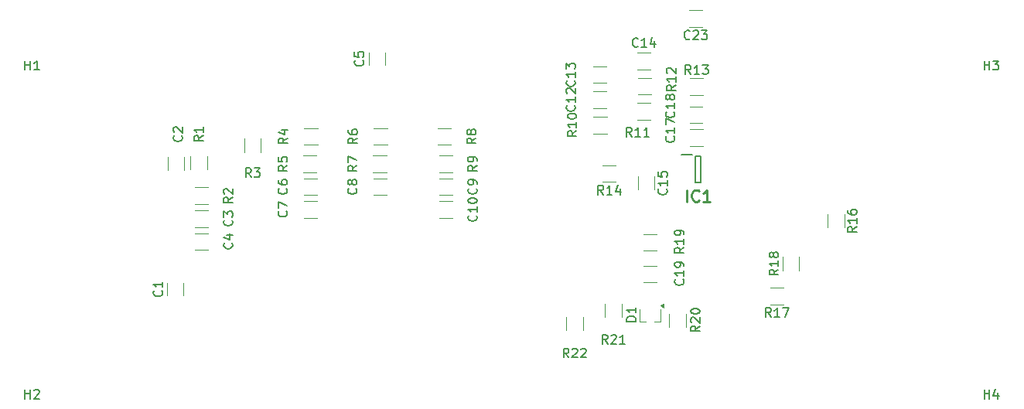
<source format=gbr>
%TF.GenerationSoftware,KiCad,Pcbnew,9.0.1*%
%TF.CreationDate,2025-04-07T11:22:38-03:00*%
%TF.ProjectId,Proyecto integrador 1.1,50726f79-6563-4746-9f20-696e74656772,rev?*%
%TF.SameCoordinates,Original*%
%TF.FileFunction,Legend,Top*%
%TF.FilePolarity,Positive*%
%FSLAX46Y46*%
G04 Gerber Fmt 4.6, Leading zero omitted, Abs format (unit mm)*
G04 Created by KiCad (PCBNEW 9.0.1) date 2025-04-07 11:22:38*
%MOMM*%
%LPD*%
G01*
G04 APERTURE LIST*
%ADD10C,0.150000*%
%ADD11C,0.254000*%
%ADD12C,0.120000*%
%ADD13C,0.200000*%
G04 APERTURE END LIST*
D10*
X122992319Y-79926666D02*
X122516128Y-80259999D01*
X122992319Y-80498094D02*
X121992319Y-80498094D01*
X121992319Y-80498094D02*
X121992319Y-80117142D01*
X121992319Y-80117142D02*
X122039938Y-80021904D01*
X122039938Y-80021904D02*
X122087557Y-79974285D01*
X122087557Y-79974285D02*
X122182795Y-79926666D01*
X122182795Y-79926666D02*
X122325652Y-79926666D01*
X122325652Y-79926666D02*
X122420890Y-79974285D01*
X122420890Y-79974285D02*
X122468509Y-80021904D01*
X122468509Y-80021904D02*
X122516128Y-80117142D01*
X122516128Y-80117142D02*
X122516128Y-80498094D01*
X122325652Y-79069523D02*
X122992319Y-79069523D01*
X121944700Y-79307618D02*
X122658985Y-79545713D01*
X122658985Y-79545713D02*
X122658985Y-78926666D01*
X176709819Y-94317857D02*
X176233628Y-94651190D01*
X176709819Y-94889285D02*
X175709819Y-94889285D01*
X175709819Y-94889285D02*
X175709819Y-94508333D01*
X175709819Y-94508333D02*
X175757438Y-94413095D01*
X175757438Y-94413095D02*
X175805057Y-94365476D01*
X175805057Y-94365476D02*
X175900295Y-94317857D01*
X175900295Y-94317857D02*
X176043152Y-94317857D01*
X176043152Y-94317857D02*
X176138390Y-94365476D01*
X176138390Y-94365476D02*
X176186009Y-94413095D01*
X176186009Y-94413095D02*
X176233628Y-94508333D01*
X176233628Y-94508333D02*
X176233628Y-94889285D01*
X176709819Y-93365476D02*
X176709819Y-93936904D01*
X176709819Y-93651190D02*
X175709819Y-93651190D01*
X175709819Y-93651190D02*
X175852676Y-93746428D01*
X175852676Y-93746428D02*
X175947914Y-93841666D01*
X175947914Y-93841666D02*
X175995533Y-93936904D01*
X176138390Y-92794047D02*
X176090771Y-92889285D01*
X176090771Y-92889285D02*
X176043152Y-92936904D01*
X176043152Y-92936904D02*
X175947914Y-92984523D01*
X175947914Y-92984523D02*
X175900295Y-92984523D01*
X175900295Y-92984523D02*
X175805057Y-92936904D01*
X175805057Y-92936904D02*
X175757438Y-92889285D01*
X175757438Y-92889285D02*
X175709819Y-92794047D01*
X175709819Y-92794047D02*
X175709819Y-92603571D01*
X175709819Y-92603571D02*
X175757438Y-92508333D01*
X175757438Y-92508333D02*
X175805057Y-92460714D01*
X175805057Y-92460714D02*
X175900295Y-92413095D01*
X175900295Y-92413095D02*
X175947914Y-92413095D01*
X175947914Y-92413095D02*
X176043152Y-92460714D01*
X176043152Y-92460714D02*
X176090771Y-92508333D01*
X176090771Y-92508333D02*
X176138390Y-92603571D01*
X176138390Y-92603571D02*
X176138390Y-92794047D01*
X176138390Y-92794047D02*
X176186009Y-92889285D01*
X176186009Y-92889285D02*
X176233628Y-92936904D01*
X176233628Y-92936904D02*
X176328866Y-92984523D01*
X176328866Y-92984523D02*
X176519342Y-92984523D01*
X176519342Y-92984523D02*
X176614580Y-92936904D01*
X176614580Y-92936904D02*
X176662200Y-92889285D01*
X176662200Y-92889285D02*
X176709819Y-92794047D01*
X176709819Y-92794047D02*
X176709819Y-92603571D01*
X176709819Y-92603571D02*
X176662200Y-92508333D01*
X176662200Y-92508333D02*
X176614580Y-92460714D01*
X176614580Y-92460714D02*
X176519342Y-92413095D01*
X176519342Y-92413095D02*
X176328866Y-92413095D01*
X176328866Y-92413095D02*
X176233628Y-92460714D01*
X176233628Y-92460714D02*
X176186009Y-92508333D01*
X176186009Y-92508333D02*
X176138390Y-92603571D01*
X130554819Y-82926666D02*
X130078628Y-83259999D01*
X130554819Y-83498094D02*
X129554819Y-83498094D01*
X129554819Y-83498094D02*
X129554819Y-83117142D01*
X129554819Y-83117142D02*
X129602438Y-83021904D01*
X129602438Y-83021904D02*
X129650057Y-82974285D01*
X129650057Y-82974285D02*
X129745295Y-82926666D01*
X129745295Y-82926666D02*
X129888152Y-82926666D01*
X129888152Y-82926666D02*
X129983390Y-82974285D01*
X129983390Y-82974285D02*
X130031009Y-83021904D01*
X130031009Y-83021904D02*
X130078628Y-83117142D01*
X130078628Y-83117142D02*
X130078628Y-83498094D01*
X129554819Y-82593332D02*
X129554819Y-81926666D01*
X129554819Y-81926666D02*
X130554819Y-82355237D01*
X164434580Y-85502857D02*
X164482200Y-85550476D01*
X164482200Y-85550476D02*
X164529819Y-85693333D01*
X164529819Y-85693333D02*
X164529819Y-85788571D01*
X164529819Y-85788571D02*
X164482200Y-85931428D01*
X164482200Y-85931428D02*
X164386961Y-86026666D01*
X164386961Y-86026666D02*
X164291723Y-86074285D01*
X164291723Y-86074285D02*
X164101247Y-86121904D01*
X164101247Y-86121904D02*
X163958390Y-86121904D01*
X163958390Y-86121904D02*
X163767914Y-86074285D01*
X163767914Y-86074285D02*
X163672676Y-86026666D01*
X163672676Y-86026666D02*
X163577438Y-85931428D01*
X163577438Y-85931428D02*
X163529819Y-85788571D01*
X163529819Y-85788571D02*
X163529819Y-85693333D01*
X163529819Y-85693333D02*
X163577438Y-85550476D01*
X163577438Y-85550476D02*
X163625057Y-85502857D01*
X164529819Y-84550476D02*
X164529819Y-85121904D01*
X164529819Y-84836190D02*
X163529819Y-84836190D01*
X163529819Y-84836190D02*
X163672676Y-84931428D01*
X163672676Y-84931428D02*
X163767914Y-85026666D01*
X163767914Y-85026666D02*
X163815533Y-85121904D01*
X163529819Y-83645714D02*
X163529819Y-84121904D01*
X163529819Y-84121904D02*
X164006009Y-84169523D01*
X164006009Y-84169523D02*
X163958390Y-84121904D01*
X163958390Y-84121904D02*
X163910771Y-84026666D01*
X163910771Y-84026666D02*
X163910771Y-83788571D01*
X163910771Y-83788571D02*
X163958390Y-83693333D01*
X163958390Y-83693333D02*
X164006009Y-83645714D01*
X164006009Y-83645714D02*
X164101247Y-83598095D01*
X164101247Y-83598095D02*
X164339342Y-83598095D01*
X164339342Y-83598095D02*
X164434580Y-83645714D01*
X164434580Y-83645714D02*
X164482200Y-83693333D01*
X164482200Y-83693333D02*
X164529819Y-83788571D01*
X164529819Y-83788571D02*
X164529819Y-84026666D01*
X164529819Y-84026666D02*
X164482200Y-84121904D01*
X164482200Y-84121904D02*
X164434580Y-84169523D01*
X166354819Y-91902857D02*
X165878628Y-92236190D01*
X166354819Y-92474285D02*
X165354819Y-92474285D01*
X165354819Y-92474285D02*
X165354819Y-92093333D01*
X165354819Y-92093333D02*
X165402438Y-91998095D01*
X165402438Y-91998095D02*
X165450057Y-91950476D01*
X165450057Y-91950476D02*
X165545295Y-91902857D01*
X165545295Y-91902857D02*
X165688152Y-91902857D01*
X165688152Y-91902857D02*
X165783390Y-91950476D01*
X165783390Y-91950476D02*
X165831009Y-91998095D01*
X165831009Y-91998095D02*
X165878628Y-92093333D01*
X165878628Y-92093333D02*
X165878628Y-92474285D01*
X166354819Y-90950476D02*
X166354819Y-91521904D01*
X166354819Y-91236190D02*
X165354819Y-91236190D01*
X165354819Y-91236190D02*
X165497676Y-91331428D01*
X165497676Y-91331428D02*
X165592914Y-91426666D01*
X165592914Y-91426666D02*
X165640533Y-91521904D01*
X166354819Y-90474285D02*
X166354819Y-90283809D01*
X166354819Y-90283809D02*
X166307200Y-90188571D01*
X166307200Y-90188571D02*
X166259580Y-90140952D01*
X166259580Y-90140952D02*
X166116723Y-90045714D01*
X166116723Y-90045714D02*
X165926247Y-89998095D01*
X165926247Y-89998095D02*
X165545295Y-89998095D01*
X165545295Y-89998095D02*
X165450057Y-90045714D01*
X165450057Y-90045714D02*
X165402438Y-90093333D01*
X165402438Y-90093333D02*
X165354819Y-90188571D01*
X165354819Y-90188571D02*
X165354819Y-90379047D01*
X165354819Y-90379047D02*
X165402438Y-90474285D01*
X165402438Y-90474285D02*
X165450057Y-90521904D01*
X165450057Y-90521904D02*
X165545295Y-90569523D01*
X165545295Y-90569523D02*
X165783390Y-90569523D01*
X165783390Y-90569523D02*
X165878628Y-90521904D01*
X165878628Y-90521904D02*
X165926247Y-90474285D01*
X165926247Y-90474285D02*
X165973866Y-90379047D01*
X165973866Y-90379047D02*
X165973866Y-90188571D01*
X165973866Y-90188571D02*
X165926247Y-90093333D01*
X165926247Y-90093333D02*
X165878628Y-90045714D01*
X165878628Y-90045714D02*
X165783390Y-89998095D01*
X199238095Y-72454819D02*
X199238095Y-71454819D01*
X199238095Y-71931009D02*
X199809523Y-71931009D01*
X199809523Y-72454819D02*
X199809523Y-71454819D01*
X200190476Y-71454819D02*
X200809523Y-71454819D01*
X200809523Y-71454819D02*
X200476190Y-71835771D01*
X200476190Y-71835771D02*
X200619047Y-71835771D01*
X200619047Y-71835771D02*
X200714285Y-71883390D01*
X200714285Y-71883390D02*
X200761904Y-71931009D01*
X200761904Y-71931009D02*
X200809523Y-72026247D01*
X200809523Y-72026247D02*
X200809523Y-72264342D01*
X200809523Y-72264342D02*
X200761904Y-72359580D01*
X200761904Y-72359580D02*
X200714285Y-72407200D01*
X200714285Y-72407200D02*
X200619047Y-72454819D01*
X200619047Y-72454819D02*
X200333333Y-72454819D01*
X200333333Y-72454819D02*
X200238095Y-72407200D01*
X200238095Y-72407200D02*
X200190476Y-72359580D01*
X113724819Y-79666666D02*
X113248628Y-79999999D01*
X113724819Y-80238094D02*
X112724819Y-80238094D01*
X112724819Y-80238094D02*
X112724819Y-79857142D01*
X112724819Y-79857142D02*
X112772438Y-79761904D01*
X112772438Y-79761904D02*
X112820057Y-79714285D01*
X112820057Y-79714285D02*
X112915295Y-79666666D01*
X112915295Y-79666666D02*
X113058152Y-79666666D01*
X113058152Y-79666666D02*
X113153390Y-79714285D01*
X113153390Y-79714285D02*
X113201009Y-79761904D01*
X113201009Y-79761904D02*
X113248628Y-79857142D01*
X113248628Y-79857142D02*
X113248628Y-80238094D01*
X113724819Y-78714285D02*
X113724819Y-79285713D01*
X113724819Y-78999999D02*
X112724819Y-78999999D01*
X112724819Y-78999999D02*
X112867676Y-79095237D01*
X112867676Y-79095237D02*
X112962914Y-79190475D01*
X112962914Y-79190475D02*
X113010533Y-79285713D01*
X165454819Y-74142857D02*
X164978628Y-74476190D01*
X165454819Y-74714285D02*
X164454819Y-74714285D01*
X164454819Y-74714285D02*
X164454819Y-74333333D01*
X164454819Y-74333333D02*
X164502438Y-74238095D01*
X164502438Y-74238095D02*
X164550057Y-74190476D01*
X164550057Y-74190476D02*
X164645295Y-74142857D01*
X164645295Y-74142857D02*
X164788152Y-74142857D01*
X164788152Y-74142857D02*
X164883390Y-74190476D01*
X164883390Y-74190476D02*
X164931009Y-74238095D01*
X164931009Y-74238095D02*
X164978628Y-74333333D01*
X164978628Y-74333333D02*
X164978628Y-74714285D01*
X165454819Y-73190476D02*
X165454819Y-73761904D01*
X165454819Y-73476190D02*
X164454819Y-73476190D01*
X164454819Y-73476190D02*
X164597676Y-73571428D01*
X164597676Y-73571428D02*
X164692914Y-73666666D01*
X164692914Y-73666666D02*
X164740533Y-73761904D01*
X164550057Y-72809523D02*
X164502438Y-72761904D01*
X164502438Y-72761904D02*
X164454819Y-72666666D01*
X164454819Y-72666666D02*
X164454819Y-72428571D01*
X164454819Y-72428571D02*
X164502438Y-72333333D01*
X164502438Y-72333333D02*
X164550057Y-72285714D01*
X164550057Y-72285714D02*
X164645295Y-72238095D01*
X164645295Y-72238095D02*
X164740533Y-72238095D01*
X164740533Y-72238095D02*
X164883390Y-72285714D01*
X164883390Y-72285714D02*
X165454819Y-72857142D01*
X165454819Y-72857142D02*
X165454819Y-72238095D01*
X94238095Y-108454819D02*
X94238095Y-107454819D01*
X94238095Y-107931009D02*
X94809523Y-107931009D01*
X94809523Y-108454819D02*
X94809523Y-107454819D01*
X95238095Y-107550057D02*
X95285714Y-107502438D01*
X95285714Y-107502438D02*
X95380952Y-107454819D01*
X95380952Y-107454819D02*
X95619047Y-107454819D01*
X95619047Y-107454819D02*
X95714285Y-107502438D01*
X95714285Y-107502438D02*
X95761904Y-107550057D01*
X95761904Y-107550057D02*
X95809523Y-107645295D01*
X95809523Y-107645295D02*
X95809523Y-107740533D01*
X95809523Y-107740533D02*
X95761904Y-107883390D01*
X95761904Y-107883390D02*
X95190476Y-108454819D01*
X95190476Y-108454819D02*
X95809523Y-108454819D01*
X122847080Y-85426666D02*
X122894700Y-85474285D01*
X122894700Y-85474285D02*
X122942319Y-85617142D01*
X122942319Y-85617142D02*
X122942319Y-85712380D01*
X122942319Y-85712380D02*
X122894700Y-85855237D01*
X122894700Y-85855237D02*
X122799461Y-85950475D01*
X122799461Y-85950475D02*
X122704223Y-85998094D01*
X122704223Y-85998094D02*
X122513747Y-86045713D01*
X122513747Y-86045713D02*
X122370890Y-86045713D01*
X122370890Y-86045713D02*
X122180414Y-85998094D01*
X122180414Y-85998094D02*
X122085176Y-85950475D01*
X122085176Y-85950475D02*
X121989938Y-85855237D01*
X121989938Y-85855237D02*
X121942319Y-85712380D01*
X121942319Y-85712380D02*
X121942319Y-85617142D01*
X121942319Y-85617142D02*
X121989938Y-85474285D01*
X121989938Y-85474285D02*
X122037557Y-85426666D01*
X121942319Y-84569523D02*
X121942319Y-84759999D01*
X121942319Y-84759999D02*
X121989938Y-84855237D01*
X121989938Y-84855237D02*
X122037557Y-84902856D01*
X122037557Y-84902856D02*
X122180414Y-84998094D01*
X122180414Y-84998094D02*
X122370890Y-85045713D01*
X122370890Y-85045713D02*
X122751842Y-85045713D01*
X122751842Y-85045713D02*
X122847080Y-84998094D01*
X122847080Y-84998094D02*
X122894700Y-84950475D01*
X122894700Y-84950475D02*
X122942319Y-84855237D01*
X122942319Y-84855237D02*
X122942319Y-84664761D01*
X122942319Y-84664761D02*
X122894700Y-84569523D01*
X122894700Y-84569523D02*
X122847080Y-84521904D01*
X122847080Y-84521904D02*
X122751842Y-84474285D01*
X122751842Y-84474285D02*
X122513747Y-84474285D01*
X122513747Y-84474285D02*
X122418509Y-84521904D01*
X122418509Y-84521904D02*
X122370890Y-84569523D01*
X122370890Y-84569523D02*
X122323271Y-84664761D01*
X122323271Y-84664761D02*
X122323271Y-84855237D01*
X122323271Y-84855237D02*
X122370890Y-84950475D01*
X122370890Y-84950475D02*
X122418509Y-84998094D01*
X122418509Y-84998094D02*
X122513747Y-85045713D01*
X168104819Y-100515357D02*
X167628628Y-100848690D01*
X168104819Y-101086785D02*
X167104819Y-101086785D01*
X167104819Y-101086785D02*
X167104819Y-100705833D01*
X167104819Y-100705833D02*
X167152438Y-100610595D01*
X167152438Y-100610595D02*
X167200057Y-100562976D01*
X167200057Y-100562976D02*
X167295295Y-100515357D01*
X167295295Y-100515357D02*
X167438152Y-100515357D01*
X167438152Y-100515357D02*
X167533390Y-100562976D01*
X167533390Y-100562976D02*
X167581009Y-100610595D01*
X167581009Y-100610595D02*
X167628628Y-100705833D01*
X167628628Y-100705833D02*
X167628628Y-101086785D01*
X167200057Y-100134404D02*
X167152438Y-100086785D01*
X167152438Y-100086785D02*
X167104819Y-99991547D01*
X167104819Y-99991547D02*
X167104819Y-99753452D01*
X167104819Y-99753452D02*
X167152438Y-99658214D01*
X167152438Y-99658214D02*
X167200057Y-99610595D01*
X167200057Y-99610595D02*
X167295295Y-99562976D01*
X167295295Y-99562976D02*
X167390533Y-99562976D01*
X167390533Y-99562976D02*
X167533390Y-99610595D01*
X167533390Y-99610595D02*
X168104819Y-100182023D01*
X168104819Y-100182023D02*
X168104819Y-99562976D01*
X167104819Y-98943928D02*
X167104819Y-98848690D01*
X167104819Y-98848690D02*
X167152438Y-98753452D01*
X167152438Y-98753452D02*
X167200057Y-98705833D01*
X167200057Y-98705833D02*
X167295295Y-98658214D01*
X167295295Y-98658214D02*
X167485771Y-98610595D01*
X167485771Y-98610595D02*
X167723866Y-98610595D01*
X167723866Y-98610595D02*
X167914342Y-98658214D01*
X167914342Y-98658214D02*
X168009580Y-98705833D01*
X168009580Y-98705833D02*
X168057200Y-98753452D01*
X168057200Y-98753452D02*
X168104819Y-98848690D01*
X168104819Y-98848690D02*
X168104819Y-98943928D01*
X168104819Y-98943928D02*
X168057200Y-99039166D01*
X168057200Y-99039166D02*
X168009580Y-99086785D01*
X168009580Y-99086785D02*
X167914342Y-99134404D01*
X167914342Y-99134404D02*
X167723866Y-99182023D01*
X167723866Y-99182023D02*
X167485771Y-99182023D01*
X167485771Y-99182023D02*
X167295295Y-99134404D01*
X167295295Y-99134404D02*
X167200057Y-99086785D01*
X167200057Y-99086785D02*
X167152438Y-99039166D01*
X167152438Y-99039166D02*
X167104819Y-98943928D01*
X161104819Y-99998094D02*
X160104819Y-99998094D01*
X160104819Y-99998094D02*
X160104819Y-99759999D01*
X160104819Y-99759999D02*
X160152438Y-99617142D01*
X160152438Y-99617142D02*
X160247676Y-99521904D01*
X160247676Y-99521904D02*
X160342914Y-99474285D01*
X160342914Y-99474285D02*
X160533390Y-99426666D01*
X160533390Y-99426666D02*
X160676247Y-99426666D01*
X160676247Y-99426666D02*
X160866723Y-99474285D01*
X160866723Y-99474285D02*
X160961961Y-99521904D01*
X160961961Y-99521904D02*
X161057200Y-99617142D01*
X161057200Y-99617142D02*
X161104819Y-99759999D01*
X161104819Y-99759999D02*
X161104819Y-99998094D01*
X161104819Y-98474285D02*
X161104819Y-99045713D01*
X161104819Y-98759999D02*
X160104819Y-98759999D01*
X160104819Y-98759999D02*
X160247676Y-98855237D01*
X160247676Y-98855237D02*
X160342914Y-98950475D01*
X160342914Y-98950475D02*
X160390533Y-99045713D01*
X131209580Y-71416666D02*
X131257200Y-71464285D01*
X131257200Y-71464285D02*
X131304819Y-71607142D01*
X131304819Y-71607142D02*
X131304819Y-71702380D01*
X131304819Y-71702380D02*
X131257200Y-71845237D01*
X131257200Y-71845237D02*
X131161961Y-71940475D01*
X131161961Y-71940475D02*
X131066723Y-71988094D01*
X131066723Y-71988094D02*
X130876247Y-72035713D01*
X130876247Y-72035713D02*
X130733390Y-72035713D01*
X130733390Y-72035713D02*
X130542914Y-71988094D01*
X130542914Y-71988094D02*
X130447676Y-71940475D01*
X130447676Y-71940475D02*
X130352438Y-71845237D01*
X130352438Y-71845237D02*
X130304819Y-71702380D01*
X130304819Y-71702380D02*
X130304819Y-71607142D01*
X130304819Y-71607142D02*
X130352438Y-71464285D01*
X130352438Y-71464285D02*
X130400057Y-71416666D01*
X130304819Y-70511904D02*
X130304819Y-70988094D01*
X130304819Y-70988094D02*
X130781009Y-71035713D01*
X130781009Y-71035713D02*
X130733390Y-70988094D01*
X130733390Y-70988094D02*
X130685771Y-70892856D01*
X130685771Y-70892856D02*
X130685771Y-70654761D01*
X130685771Y-70654761D02*
X130733390Y-70559523D01*
X130733390Y-70559523D02*
X130781009Y-70511904D01*
X130781009Y-70511904D02*
X130876247Y-70464285D01*
X130876247Y-70464285D02*
X131114342Y-70464285D01*
X131114342Y-70464285D02*
X131209580Y-70511904D01*
X131209580Y-70511904D02*
X131257200Y-70559523D01*
X131257200Y-70559523D02*
X131304819Y-70654761D01*
X131304819Y-70654761D02*
X131304819Y-70892856D01*
X131304819Y-70892856D02*
X131257200Y-70988094D01*
X131257200Y-70988094D02*
X131209580Y-71035713D01*
X143634580Y-88402857D02*
X143682200Y-88450476D01*
X143682200Y-88450476D02*
X143729819Y-88593333D01*
X143729819Y-88593333D02*
X143729819Y-88688571D01*
X143729819Y-88688571D02*
X143682200Y-88831428D01*
X143682200Y-88831428D02*
X143586961Y-88926666D01*
X143586961Y-88926666D02*
X143491723Y-88974285D01*
X143491723Y-88974285D02*
X143301247Y-89021904D01*
X143301247Y-89021904D02*
X143158390Y-89021904D01*
X143158390Y-89021904D02*
X142967914Y-88974285D01*
X142967914Y-88974285D02*
X142872676Y-88926666D01*
X142872676Y-88926666D02*
X142777438Y-88831428D01*
X142777438Y-88831428D02*
X142729819Y-88688571D01*
X142729819Y-88688571D02*
X142729819Y-88593333D01*
X142729819Y-88593333D02*
X142777438Y-88450476D01*
X142777438Y-88450476D02*
X142825057Y-88402857D01*
X143729819Y-87450476D02*
X143729819Y-88021904D01*
X143729819Y-87736190D02*
X142729819Y-87736190D01*
X142729819Y-87736190D02*
X142872676Y-87831428D01*
X142872676Y-87831428D02*
X142967914Y-87926666D01*
X142967914Y-87926666D02*
X143015533Y-88021904D01*
X142729819Y-86831428D02*
X142729819Y-86736190D01*
X142729819Y-86736190D02*
X142777438Y-86640952D01*
X142777438Y-86640952D02*
X142825057Y-86593333D01*
X142825057Y-86593333D02*
X142920295Y-86545714D01*
X142920295Y-86545714D02*
X143110771Y-86498095D01*
X143110771Y-86498095D02*
X143348866Y-86498095D01*
X143348866Y-86498095D02*
X143539342Y-86545714D01*
X143539342Y-86545714D02*
X143634580Y-86593333D01*
X143634580Y-86593333D02*
X143682200Y-86640952D01*
X143682200Y-86640952D02*
X143729819Y-86736190D01*
X143729819Y-86736190D02*
X143729819Y-86831428D01*
X143729819Y-86831428D02*
X143682200Y-86926666D01*
X143682200Y-86926666D02*
X143634580Y-86974285D01*
X143634580Y-86974285D02*
X143539342Y-87021904D01*
X143539342Y-87021904D02*
X143348866Y-87069523D01*
X143348866Y-87069523D02*
X143110771Y-87069523D01*
X143110771Y-87069523D02*
X142920295Y-87021904D01*
X142920295Y-87021904D02*
X142825057Y-86974285D01*
X142825057Y-86974285D02*
X142777438Y-86926666D01*
X142777438Y-86926666D02*
X142729819Y-86831428D01*
X143604819Y-79926666D02*
X143128628Y-80259999D01*
X143604819Y-80498094D02*
X142604819Y-80498094D01*
X142604819Y-80498094D02*
X142604819Y-80117142D01*
X142604819Y-80117142D02*
X142652438Y-80021904D01*
X142652438Y-80021904D02*
X142700057Y-79974285D01*
X142700057Y-79974285D02*
X142795295Y-79926666D01*
X142795295Y-79926666D02*
X142938152Y-79926666D01*
X142938152Y-79926666D02*
X143033390Y-79974285D01*
X143033390Y-79974285D02*
X143081009Y-80021904D01*
X143081009Y-80021904D02*
X143128628Y-80117142D01*
X143128628Y-80117142D02*
X143128628Y-80498094D01*
X143033390Y-79355237D02*
X142985771Y-79450475D01*
X142985771Y-79450475D02*
X142938152Y-79498094D01*
X142938152Y-79498094D02*
X142842914Y-79545713D01*
X142842914Y-79545713D02*
X142795295Y-79545713D01*
X142795295Y-79545713D02*
X142700057Y-79498094D01*
X142700057Y-79498094D02*
X142652438Y-79450475D01*
X142652438Y-79450475D02*
X142604819Y-79355237D01*
X142604819Y-79355237D02*
X142604819Y-79164761D01*
X142604819Y-79164761D02*
X142652438Y-79069523D01*
X142652438Y-79069523D02*
X142700057Y-79021904D01*
X142700057Y-79021904D02*
X142795295Y-78974285D01*
X142795295Y-78974285D02*
X142842914Y-78974285D01*
X142842914Y-78974285D02*
X142938152Y-79021904D01*
X142938152Y-79021904D02*
X142985771Y-79069523D01*
X142985771Y-79069523D02*
X143033390Y-79164761D01*
X143033390Y-79164761D02*
X143033390Y-79355237D01*
X143033390Y-79355237D02*
X143081009Y-79450475D01*
X143081009Y-79450475D02*
X143128628Y-79498094D01*
X143128628Y-79498094D02*
X143223866Y-79545713D01*
X143223866Y-79545713D02*
X143414342Y-79545713D01*
X143414342Y-79545713D02*
X143509580Y-79498094D01*
X143509580Y-79498094D02*
X143557200Y-79450475D01*
X143557200Y-79450475D02*
X143604819Y-79355237D01*
X143604819Y-79355237D02*
X143604819Y-79164761D01*
X143604819Y-79164761D02*
X143557200Y-79069523D01*
X143557200Y-79069523D02*
X143509580Y-79021904D01*
X143509580Y-79021904D02*
X143414342Y-78974285D01*
X143414342Y-78974285D02*
X143223866Y-78974285D01*
X143223866Y-78974285D02*
X143128628Y-79021904D01*
X143128628Y-79021904D02*
X143081009Y-79069523D01*
X143081009Y-79069523D02*
X143033390Y-79164761D01*
X158007142Y-102464819D02*
X157673809Y-101988628D01*
X157435714Y-102464819D02*
X157435714Y-101464819D01*
X157435714Y-101464819D02*
X157816666Y-101464819D01*
X157816666Y-101464819D02*
X157911904Y-101512438D01*
X157911904Y-101512438D02*
X157959523Y-101560057D01*
X157959523Y-101560057D02*
X158007142Y-101655295D01*
X158007142Y-101655295D02*
X158007142Y-101798152D01*
X158007142Y-101798152D02*
X157959523Y-101893390D01*
X157959523Y-101893390D02*
X157911904Y-101941009D01*
X157911904Y-101941009D02*
X157816666Y-101988628D01*
X157816666Y-101988628D02*
X157435714Y-101988628D01*
X158388095Y-101560057D02*
X158435714Y-101512438D01*
X158435714Y-101512438D02*
X158530952Y-101464819D01*
X158530952Y-101464819D02*
X158769047Y-101464819D01*
X158769047Y-101464819D02*
X158864285Y-101512438D01*
X158864285Y-101512438D02*
X158911904Y-101560057D01*
X158911904Y-101560057D02*
X158959523Y-101655295D01*
X158959523Y-101655295D02*
X158959523Y-101750533D01*
X158959523Y-101750533D02*
X158911904Y-101893390D01*
X158911904Y-101893390D02*
X158340476Y-102464819D01*
X158340476Y-102464819D02*
X158959523Y-102464819D01*
X159911904Y-102464819D02*
X159340476Y-102464819D01*
X159626190Y-102464819D02*
X159626190Y-101464819D01*
X159626190Y-101464819D02*
X159530952Y-101607676D01*
X159530952Y-101607676D02*
X159435714Y-101702914D01*
X159435714Y-101702914D02*
X159340476Y-101750533D01*
X165259580Y-79742857D02*
X165307200Y-79790476D01*
X165307200Y-79790476D02*
X165354819Y-79933333D01*
X165354819Y-79933333D02*
X165354819Y-80028571D01*
X165354819Y-80028571D02*
X165307200Y-80171428D01*
X165307200Y-80171428D02*
X165211961Y-80266666D01*
X165211961Y-80266666D02*
X165116723Y-80314285D01*
X165116723Y-80314285D02*
X164926247Y-80361904D01*
X164926247Y-80361904D02*
X164783390Y-80361904D01*
X164783390Y-80361904D02*
X164592914Y-80314285D01*
X164592914Y-80314285D02*
X164497676Y-80266666D01*
X164497676Y-80266666D02*
X164402438Y-80171428D01*
X164402438Y-80171428D02*
X164354819Y-80028571D01*
X164354819Y-80028571D02*
X164354819Y-79933333D01*
X164354819Y-79933333D02*
X164402438Y-79790476D01*
X164402438Y-79790476D02*
X164450057Y-79742857D01*
X165354819Y-78790476D02*
X165354819Y-79361904D01*
X165354819Y-79076190D02*
X164354819Y-79076190D01*
X164354819Y-79076190D02*
X164497676Y-79171428D01*
X164497676Y-79171428D02*
X164592914Y-79266666D01*
X164592914Y-79266666D02*
X164640533Y-79361904D01*
X164354819Y-78457142D02*
X164354819Y-77790476D01*
X164354819Y-77790476D02*
X165354819Y-78219047D01*
X153757142Y-103964819D02*
X153423809Y-103488628D01*
X153185714Y-103964819D02*
X153185714Y-102964819D01*
X153185714Y-102964819D02*
X153566666Y-102964819D01*
X153566666Y-102964819D02*
X153661904Y-103012438D01*
X153661904Y-103012438D02*
X153709523Y-103060057D01*
X153709523Y-103060057D02*
X153757142Y-103155295D01*
X153757142Y-103155295D02*
X153757142Y-103298152D01*
X153757142Y-103298152D02*
X153709523Y-103393390D01*
X153709523Y-103393390D02*
X153661904Y-103441009D01*
X153661904Y-103441009D02*
X153566666Y-103488628D01*
X153566666Y-103488628D02*
X153185714Y-103488628D01*
X154138095Y-103060057D02*
X154185714Y-103012438D01*
X154185714Y-103012438D02*
X154280952Y-102964819D01*
X154280952Y-102964819D02*
X154519047Y-102964819D01*
X154519047Y-102964819D02*
X154614285Y-103012438D01*
X154614285Y-103012438D02*
X154661904Y-103060057D01*
X154661904Y-103060057D02*
X154709523Y-103155295D01*
X154709523Y-103155295D02*
X154709523Y-103250533D01*
X154709523Y-103250533D02*
X154661904Y-103393390D01*
X154661904Y-103393390D02*
X154090476Y-103964819D01*
X154090476Y-103964819D02*
X154709523Y-103964819D01*
X155090476Y-103060057D02*
X155138095Y-103012438D01*
X155138095Y-103012438D02*
X155233333Y-102964819D01*
X155233333Y-102964819D02*
X155471428Y-102964819D01*
X155471428Y-102964819D02*
X155566666Y-103012438D01*
X155566666Y-103012438D02*
X155614285Y-103060057D01*
X155614285Y-103060057D02*
X155661904Y-103155295D01*
X155661904Y-103155295D02*
X155661904Y-103250533D01*
X155661904Y-103250533D02*
X155614285Y-103393390D01*
X155614285Y-103393390D02*
X155042857Y-103964819D01*
X155042857Y-103964819D02*
X155661904Y-103964819D01*
X166259580Y-95402857D02*
X166307200Y-95450476D01*
X166307200Y-95450476D02*
X166354819Y-95593333D01*
X166354819Y-95593333D02*
X166354819Y-95688571D01*
X166354819Y-95688571D02*
X166307200Y-95831428D01*
X166307200Y-95831428D02*
X166211961Y-95926666D01*
X166211961Y-95926666D02*
X166116723Y-95974285D01*
X166116723Y-95974285D02*
X165926247Y-96021904D01*
X165926247Y-96021904D02*
X165783390Y-96021904D01*
X165783390Y-96021904D02*
X165592914Y-95974285D01*
X165592914Y-95974285D02*
X165497676Y-95926666D01*
X165497676Y-95926666D02*
X165402438Y-95831428D01*
X165402438Y-95831428D02*
X165354819Y-95688571D01*
X165354819Y-95688571D02*
X165354819Y-95593333D01*
X165354819Y-95593333D02*
X165402438Y-95450476D01*
X165402438Y-95450476D02*
X165450057Y-95402857D01*
X166354819Y-94450476D02*
X166354819Y-95021904D01*
X166354819Y-94736190D02*
X165354819Y-94736190D01*
X165354819Y-94736190D02*
X165497676Y-94831428D01*
X165497676Y-94831428D02*
X165592914Y-94926666D01*
X165592914Y-94926666D02*
X165640533Y-95021904D01*
X166354819Y-93974285D02*
X166354819Y-93783809D01*
X166354819Y-93783809D02*
X166307200Y-93688571D01*
X166307200Y-93688571D02*
X166259580Y-93640952D01*
X166259580Y-93640952D02*
X166116723Y-93545714D01*
X166116723Y-93545714D02*
X165926247Y-93498095D01*
X165926247Y-93498095D02*
X165545295Y-93498095D01*
X165545295Y-93498095D02*
X165450057Y-93545714D01*
X165450057Y-93545714D02*
X165402438Y-93593333D01*
X165402438Y-93593333D02*
X165354819Y-93688571D01*
X165354819Y-93688571D02*
X165354819Y-93879047D01*
X165354819Y-93879047D02*
X165402438Y-93974285D01*
X165402438Y-93974285D02*
X165450057Y-94021904D01*
X165450057Y-94021904D02*
X165545295Y-94069523D01*
X165545295Y-94069523D02*
X165783390Y-94069523D01*
X165783390Y-94069523D02*
X165878628Y-94021904D01*
X165878628Y-94021904D02*
X165926247Y-93974285D01*
X165926247Y-93974285D02*
X165973866Y-93879047D01*
X165973866Y-93879047D02*
X165973866Y-93688571D01*
X165973866Y-93688571D02*
X165926247Y-93593333D01*
X165926247Y-93593333D02*
X165878628Y-93545714D01*
X165878628Y-93545714D02*
X165783390Y-93498095D01*
X130459580Y-85426666D02*
X130507200Y-85474285D01*
X130507200Y-85474285D02*
X130554819Y-85617142D01*
X130554819Y-85617142D02*
X130554819Y-85712380D01*
X130554819Y-85712380D02*
X130507200Y-85855237D01*
X130507200Y-85855237D02*
X130411961Y-85950475D01*
X130411961Y-85950475D02*
X130316723Y-85998094D01*
X130316723Y-85998094D02*
X130126247Y-86045713D01*
X130126247Y-86045713D02*
X129983390Y-86045713D01*
X129983390Y-86045713D02*
X129792914Y-85998094D01*
X129792914Y-85998094D02*
X129697676Y-85950475D01*
X129697676Y-85950475D02*
X129602438Y-85855237D01*
X129602438Y-85855237D02*
X129554819Y-85712380D01*
X129554819Y-85712380D02*
X129554819Y-85617142D01*
X129554819Y-85617142D02*
X129602438Y-85474285D01*
X129602438Y-85474285D02*
X129650057Y-85426666D01*
X129983390Y-84855237D02*
X129935771Y-84950475D01*
X129935771Y-84950475D02*
X129888152Y-84998094D01*
X129888152Y-84998094D02*
X129792914Y-85045713D01*
X129792914Y-85045713D02*
X129745295Y-85045713D01*
X129745295Y-85045713D02*
X129650057Y-84998094D01*
X129650057Y-84998094D02*
X129602438Y-84950475D01*
X129602438Y-84950475D02*
X129554819Y-84855237D01*
X129554819Y-84855237D02*
X129554819Y-84664761D01*
X129554819Y-84664761D02*
X129602438Y-84569523D01*
X129602438Y-84569523D02*
X129650057Y-84521904D01*
X129650057Y-84521904D02*
X129745295Y-84474285D01*
X129745295Y-84474285D02*
X129792914Y-84474285D01*
X129792914Y-84474285D02*
X129888152Y-84521904D01*
X129888152Y-84521904D02*
X129935771Y-84569523D01*
X129935771Y-84569523D02*
X129983390Y-84664761D01*
X129983390Y-84664761D02*
X129983390Y-84855237D01*
X129983390Y-84855237D02*
X130031009Y-84950475D01*
X130031009Y-84950475D02*
X130078628Y-84998094D01*
X130078628Y-84998094D02*
X130173866Y-85045713D01*
X130173866Y-85045713D02*
X130364342Y-85045713D01*
X130364342Y-85045713D02*
X130459580Y-84998094D01*
X130459580Y-84998094D02*
X130507200Y-84950475D01*
X130507200Y-84950475D02*
X130554819Y-84855237D01*
X130554819Y-84855237D02*
X130554819Y-84664761D01*
X130554819Y-84664761D02*
X130507200Y-84569523D01*
X130507200Y-84569523D02*
X130459580Y-84521904D01*
X130459580Y-84521904D02*
X130364342Y-84474285D01*
X130364342Y-84474285D02*
X130173866Y-84474285D01*
X130173866Y-84474285D02*
X130078628Y-84521904D01*
X130078628Y-84521904D02*
X130031009Y-84569523D01*
X130031009Y-84569523D02*
X129983390Y-84664761D01*
X109199580Y-96641666D02*
X109247200Y-96689285D01*
X109247200Y-96689285D02*
X109294819Y-96832142D01*
X109294819Y-96832142D02*
X109294819Y-96927380D01*
X109294819Y-96927380D02*
X109247200Y-97070237D01*
X109247200Y-97070237D02*
X109151961Y-97165475D01*
X109151961Y-97165475D02*
X109056723Y-97213094D01*
X109056723Y-97213094D02*
X108866247Y-97260713D01*
X108866247Y-97260713D02*
X108723390Y-97260713D01*
X108723390Y-97260713D02*
X108532914Y-97213094D01*
X108532914Y-97213094D02*
X108437676Y-97165475D01*
X108437676Y-97165475D02*
X108342438Y-97070237D01*
X108342438Y-97070237D02*
X108294819Y-96927380D01*
X108294819Y-96927380D02*
X108294819Y-96832142D01*
X108294819Y-96832142D02*
X108342438Y-96689285D01*
X108342438Y-96689285D02*
X108390057Y-96641666D01*
X109294819Y-95689285D02*
X109294819Y-96260713D01*
X109294819Y-95974999D02*
X108294819Y-95974999D01*
X108294819Y-95974999D02*
X108437676Y-96070237D01*
X108437676Y-96070237D02*
X108532914Y-96165475D01*
X108532914Y-96165475D02*
X108580533Y-96260713D01*
X116979819Y-86416666D02*
X116503628Y-86749999D01*
X116979819Y-86988094D02*
X115979819Y-86988094D01*
X115979819Y-86988094D02*
X115979819Y-86607142D01*
X115979819Y-86607142D02*
X116027438Y-86511904D01*
X116027438Y-86511904D02*
X116075057Y-86464285D01*
X116075057Y-86464285D02*
X116170295Y-86416666D01*
X116170295Y-86416666D02*
X116313152Y-86416666D01*
X116313152Y-86416666D02*
X116408390Y-86464285D01*
X116408390Y-86464285D02*
X116456009Y-86511904D01*
X116456009Y-86511904D02*
X116503628Y-86607142D01*
X116503628Y-86607142D02*
X116503628Y-86988094D01*
X116075057Y-86035713D02*
X116027438Y-85988094D01*
X116027438Y-85988094D02*
X115979819Y-85892856D01*
X115979819Y-85892856D02*
X115979819Y-85654761D01*
X115979819Y-85654761D02*
X116027438Y-85559523D01*
X116027438Y-85559523D02*
X116075057Y-85511904D01*
X116075057Y-85511904D02*
X116170295Y-85464285D01*
X116170295Y-85464285D02*
X116265533Y-85464285D01*
X116265533Y-85464285D02*
X116408390Y-85511904D01*
X116408390Y-85511904D02*
X116979819Y-86083332D01*
X116979819Y-86083332D02*
X116979819Y-85464285D01*
X122942319Y-82926666D02*
X122466128Y-83259999D01*
X122942319Y-83498094D02*
X121942319Y-83498094D01*
X121942319Y-83498094D02*
X121942319Y-83117142D01*
X121942319Y-83117142D02*
X121989938Y-83021904D01*
X121989938Y-83021904D02*
X122037557Y-82974285D01*
X122037557Y-82974285D02*
X122132795Y-82926666D01*
X122132795Y-82926666D02*
X122275652Y-82926666D01*
X122275652Y-82926666D02*
X122370890Y-82974285D01*
X122370890Y-82974285D02*
X122418509Y-83021904D01*
X122418509Y-83021904D02*
X122466128Y-83117142D01*
X122466128Y-83117142D02*
X122466128Y-83498094D01*
X121942319Y-82021904D02*
X121942319Y-82498094D01*
X121942319Y-82498094D02*
X122418509Y-82545713D01*
X122418509Y-82545713D02*
X122370890Y-82498094D01*
X122370890Y-82498094D02*
X122323271Y-82402856D01*
X122323271Y-82402856D02*
X122323271Y-82164761D01*
X122323271Y-82164761D02*
X122370890Y-82069523D01*
X122370890Y-82069523D02*
X122418509Y-82021904D01*
X122418509Y-82021904D02*
X122513747Y-81974285D01*
X122513747Y-81974285D02*
X122751842Y-81974285D01*
X122751842Y-81974285D02*
X122847080Y-82021904D01*
X122847080Y-82021904D02*
X122894700Y-82069523D01*
X122894700Y-82069523D02*
X122942319Y-82164761D01*
X122942319Y-82164761D02*
X122942319Y-82402856D01*
X122942319Y-82402856D02*
X122894700Y-82498094D01*
X122894700Y-82498094D02*
X122847080Y-82545713D01*
X175894642Y-99524819D02*
X175561309Y-99048628D01*
X175323214Y-99524819D02*
X175323214Y-98524819D01*
X175323214Y-98524819D02*
X175704166Y-98524819D01*
X175704166Y-98524819D02*
X175799404Y-98572438D01*
X175799404Y-98572438D02*
X175847023Y-98620057D01*
X175847023Y-98620057D02*
X175894642Y-98715295D01*
X175894642Y-98715295D02*
X175894642Y-98858152D01*
X175894642Y-98858152D02*
X175847023Y-98953390D01*
X175847023Y-98953390D02*
X175799404Y-99001009D01*
X175799404Y-99001009D02*
X175704166Y-99048628D01*
X175704166Y-99048628D02*
X175323214Y-99048628D01*
X176847023Y-99524819D02*
X176275595Y-99524819D01*
X176561309Y-99524819D02*
X176561309Y-98524819D01*
X176561309Y-98524819D02*
X176466071Y-98667676D01*
X176466071Y-98667676D02*
X176370833Y-98762914D01*
X176370833Y-98762914D02*
X176275595Y-98810533D01*
X177180357Y-98524819D02*
X177847023Y-98524819D01*
X177847023Y-98524819D02*
X177418452Y-99524819D01*
X118983333Y-84214819D02*
X118650000Y-83738628D01*
X118411905Y-84214819D02*
X118411905Y-83214819D01*
X118411905Y-83214819D02*
X118792857Y-83214819D01*
X118792857Y-83214819D02*
X118888095Y-83262438D01*
X118888095Y-83262438D02*
X118935714Y-83310057D01*
X118935714Y-83310057D02*
X118983333Y-83405295D01*
X118983333Y-83405295D02*
X118983333Y-83548152D01*
X118983333Y-83548152D02*
X118935714Y-83643390D01*
X118935714Y-83643390D02*
X118888095Y-83691009D01*
X118888095Y-83691009D02*
X118792857Y-83738628D01*
X118792857Y-83738628D02*
X118411905Y-83738628D01*
X119316667Y-83214819D02*
X119935714Y-83214819D01*
X119935714Y-83214819D02*
X119602381Y-83595771D01*
X119602381Y-83595771D02*
X119745238Y-83595771D01*
X119745238Y-83595771D02*
X119840476Y-83643390D01*
X119840476Y-83643390D02*
X119888095Y-83691009D01*
X119888095Y-83691009D02*
X119935714Y-83786247D01*
X119935714Y-83786247D02*
X119935714Y-84024342D01*
X119935714Y-84024342D02*
X119888095Y-84119580D01*
X119888095Y-84119580D02*
X119840476Y-84167200D01*
X119840476Y-84167200D02*
X119745238Y-84214819D01*
X119745238Y-84214819D02*
X119459524Y-84214819D01*
X119459524Y-84214819D02*
X119364286Y-84167200D01*
X119364286Y-84167200D02*
X119316667Y-84119580D01*
X94238095Y-72454819D02*
X94238095Y-71454819D01*
X94238095Y-71931009D02*
X94809523Y-71931009D01*
X94809523Y-72454819D02*
X94809523Y-71454819D01*
X95809523Y-72454819D02*
X95238095Y-72454819D01*
X95523809Y-72454819D02*
X95523809Y-71454819D01*
X95523809Y-71454819D02*
X95428571Y-71597676D01*
X95428571Y-71597676D02*
X95333333Y-71692914D01*
X95333333Y-71692914D02*
X95238095Y-71740533D01*
X122847080Y-87926666D02*
X122894700Y-87974285D01*
X122894700Y-87974285D02*
X122942319Y-88117142D01*
X122942319Y-88117142D02*
X122942319Y-88212380D01*
X122942319Y-88212380D02*
X122894700Y-88355237D01*
X122894700Y-88355237D02*
X122799461Y-88450475D01*
X122799461Y-88450475D02*
X122704223Y-88498094D01*
X122704223Y-88498094D02*
X122513747Y-88545713D01*
X122513747Y-88545713D02*
X122370890Y-88545713D01*
X122370890Y-88545713D02*
X122180414Y-88498094D01*
X122180414Y-88498094D02*
X122085176Y-88450475D01*
X122085176Y-88450475D02*
X121989938Y-88355237D01*
X121989938Y-88355237D02*
X121942319Y-88212380D01*
X121942319Y-88212380D02*
X121942319Y-88117142D01*
X121942319Y-88117142D02*
X121989938Y-87974285D01*
X121989938Y-87974285D02*
X122037557Y-87926666D01*
X121942319Y-87593332D02*
X121942319Y-86926666D01*
X121942319Y-86926666D02*
X122942319Y-87355237D01*
X130604819Y-79926666D02*
X130128628Y-80259999D01*
X130604819Y-80498094D02*
X129604819Y-80498094D01*
X129604819Y-80498094D02*
X129604819Y-80117142D01*
X129604819Y-80117142D02*
X129652438Y-80021904D01*
X129652438Y-80021904D02*
X129700057Y-79974285D01*
X129700057Y-79974285D02*
X129795295Y-79926666D01*
X129795295Y-79926666D02*
X129938152Y-79926666D01*
X129938152Y-79926666D02*
X130033390Y-79974285D01*
X130033390Y-79974285D02*
X130081009Y-80021904D01*
X130081009Y-80021904D02*
X130128628Y-80117142D01*
X130128628Y-80117142D02*
X130128628Y-80498094D01*
X129604819Y-79069523D02*
X129604819Y-79259999D01*
X129604819Y-79259999D02*
X129652438Y-79355237D01*
X129652438Y-79355237D02*
X129700057Y-79402856D01*
X129700057Y-79402856D02*
X129842914Y-79498094D01*
X129842914Y-79498094D02*
X130033390Y-79545713D01*
X130033390Y-79545713D02*
X130414342Y-79545713D01*
X130414342Y-79545713D02*
X130509580Y-79498094D01*
X130509580Y-79498094D02*
X130557200Y-79450475D01*
X130557200Y-79450475D02*
X130604819Y-79355237D01*
X130604819Y-79355237D02*
X130604819Y-79164761D01*
X130604819Y-79164761D02*
X130557200Y-79069523D01*
X130557200Y-79069523D02*
X130509580Y-79021904D01*
X130509580Y-79021904D02*
X130414342Y-78974285D01*
X130414342Y-78974285D02*
X130176247Y-78974285D01*
X130176247Y-78974285D02*
X130081009Y-79021904D01*
X130081009Y-79021904D02*
X130033390Y-79069523D01*
X130033390Y-79069523D02*
X129985771Y-79164761D01*
X129985771Y-79164761D02*
X129985771Y-79355237D01*
X129985771Y-79355237D02*
X130033390Y-79450475D01*
X130033390Y-79450475D02*
X130081009Y-79498094D01*
X130081009Y-79498094D02*
X130176247Y-79545713D01*
X199238095Y-108454819D02*
X199238095Y-107454819D01*
X199238095Y-107931009D02*
X199809523Y-107931009D01*
X199809523Y-108454819D02*
X199809523Y-107454819D01*
X200714285Y-107788152D02*
X200714285Y-108454819D01*
X200476190Y-107407200D02*
X200238095Y-108121485D01*
X200238095Y-108121485D02*
X200857142Y-108121485D01*
X143704819Y-82926666D02*
X143228628Y-83259999D01*
X143704819Y-83498094D02*
X142704819Y-83498094D01*
X142704819Y-83498094D02*
X142704819Y-83117142D01*
X142704819Y-83117142D02*
X142752438Y-83021904D01*
X142752438Y-83021904D02*
X142800057Y-82974285D01*
X142800057Y-82974285D02*
X142895295Y-82926666D01*
X142895295Y-82926666D02*
X143038152Y-82926666D01*
X143038152Y-82926666D02*
X143133390Y-82974285D01*
X143133390Y-82974285D02*
X143181009Y-83021904D01*
X143181009Y-83021904D02*
X143228628Y-83117142D01*
X143228628Y-83117142D02*
X143228628Y-83498094D01*
X143704819Y-82450475D02*
X143704819Y-82259999D01*
X143704819Y-82259999D02*
X143657200Y-82164761D01*
X143657200Y-82164761D02*
X143609580Y-82117142D01*
X143609580Y-82117142D02*
X143466723Y-82021904D01*
X143466723Y-82021904D02*
X143276247Y-81974285D01*
X143276247Y-81974285D02*
X142895295Y-81974285D01*
X142895295Y-81974285D02*
X142800057Y-82021904D01*
X142800057Y-82021904D02*
X142752438Y-82069523D01*
X142752438Y-82069523D02*
X142704819Y-82164761D01*
X142704819Y-82164761D02*
X142704819Y-82355237D01*
X142704819Y-82355237D02*
X142752438Y-82450475D01*
X142752438Y-82450475D02*
X142800057Y-82498094D01*
X142800057Y-82498094D02*
X142895295Y-82545713D01*
X142895295Y-82545713D02*
X143133390Y-82545713D01*
X143133390Y-82545713D02*
X143228628Y-82498094D01*
X143228628Y-82498094D02*
X143276247Y-82450475D01*
X143276247Y-82450475D02*
X143323866Y-82355237D01*
X143323866Y-82355237D02*
X143323866Y-82164761D01*
X143323866Y-82164761D02*
X143276247Y-82069523D01*
X143276247Y-82069523D02*
X143228628Y-82021904D01*
X143228628Y-82021904D02*
X143133390Y-81974285D01*
X167119642Y-72934819D02*
X166786309Y-72458628D01*
X166548214Y-72934819D02*
X166548214Y-71934819D01*
X166548214Y-71934819D02*
X166929166Y-71934819D01*
X166929166Y-71934819D02*
X167024404Y-71982438D01*
X167024404Y-71982438D02*
X167072023Y-72030057D01*
X167072023Y-72030057D02*
X167119642Y-72125295D01*
X167119642Y-72125295D02*
X167119642Y-72268152D01*
X167119642Y-72268152D02*
X167072023Y-72363390D01*
X167072023Y-72363390D02*
X167024404Y-72411009D01*
X167024404Y-72411009D02*
X166929166Y-72458628D01*
X166929166Y-72458628D02*
X166548214Y-72458628D01*
X168072023Y-72934819D02*
X167500595Y-72934819D01*
X167786309Y-72934819D02*
X167786309Y-71934819D01*
X167786309Y-71934819D02*
X167691071Y-72077676D01*
X167691071Y-72077676D02*
X167595833Y-72172914D01*
X167595833Y-72172914D02*
X167500595Y-72220533D01*
X168405357Y-71934819D02*
X169024404Y-71934819D01*
X169024404Y-71934819D02*
X168691071Y-72315771D01*
X168691071Y-72315771D02*
X168833928Y-72315771D01*
X168833928Y-72315771D02*
X168929166Y-72363390D01*
X168929166Y-72363390D02*
X168976785Y-72411009D01*
X168976785Y-72411009D02*
X169024404Y-72506247D01*
X169024404Y-72506247D02*
X169024404Y-72744342D01*
X169024404Y-72744342D02*
X168976785Y-72839580D01*
X168976785Y-72839580D02*
X168929166Y-72887200D01*
X168929166Y-72887200D02*
X168833928Y-72934819D01*
X168833928Y-72934819D02*
X168548214Y-72934819D01*
X168548214Y-72934819D02*
X168452976Y-72887200D01*
X168452976Y-72887200D02*
X168405357Y-72839580D01*
X154607319Y-79147857D02*
X154131128Y-79481190D01*
X154607319Y-79719285D02*
X153607319Y-79719285D01*
X153607319Y-79719285D02*
X153607319Y-79338333D01*
X153607319Y-79338333D02*
X153654938Y-79243095D01*
X153654938Y-79243095D02*
X153702557Y-79195476D01*
X153702557Y-79195476D02*
X153797795Y-79147857D01*
X153797795Y-79147857D02*
X153940652Y-79147857D01*
X153940652Y-79147857D02*
X154035890Y-79195476D01*
X154035890Y-79195476D02*
X154083509Y-79243095D01*
X154083509Y-79243095D02*
X154131128Y-79338333D01*
X154131128Y-79338333D02*
X154131128Y-79719285D01*
X154607319Y-78195476D02*
X154607319Y-78766904D01*
X154607319Y-78481190D02*
X153607319Y-78481190D01*
X153607319Y-78481190D02*
X153750176Y-78576428D01*
X153750176Y-78576428D02*
X153845414Y-78671666D01*
X153845414Y-78671666D02*
X153893033Y-78766904D01*
X153607319Y-77576428D02*
X153607319Y-77481190D01*
X153607319Y-77481190D02*
X153654938Y-77385952D01*
X153654938Y-77385952D02*
X153702557Y-77338333D01*
X153702557Y-77338333D02*
X153797795Y-77290714D01*
X153797795Y-77290714D02*
X153988271Y-77243095D01*
X153988271Y-77243095D02*
X154226366Y-77243095D01*
X154226366Y-77243095D02*
X154416842Y-77290714D01*
X154416842Y-77290714D02*
X154512080Y-77338333D01*
X154512080Y-77338333D02*
X154559700Y-77385952D01*
X154559700Y-77385952D02*
X154607319Y-77481190D01*
X154607319Y-77481190D02*
X154607319Y-77576428D01*
X154607319Y-77576428D02*
X154559700Y-77671666D01*
X154559700Y-77671666D02*
X154512080Y-77719285D01*
X154512080Y-77719285D02*
X154416842Y-77766904D01*
X154416842Y-77766904D02*
X154226366Y-77814523D01*
X154226366Y-77814523D02*
X153988271Y-77814523D01*
X153988271Y-77814523D02*
X153797795Y-77766904D01*
X153797795Y-77766904D02*
X153702557Y-77719285D01*
X153702557Y-77719285D02*
X153654938Y-77671666D01*
X153654938Y-77671666D02*
X153607319Y-77576428D01*
X143634580Y-85426666D02*
X143682200Y-85474285D01*
X143682200Y-85474285D02*
X143729819Y-85617142D01*
X143729819Y-85617142D02*
X143729819Y-85712380D01*
X143729819Y-85712380D02*
X143682200Y-85855237D01*
X143682200Y-85855237D02*
X143586961Y-85950475D01*
X143586961Y-85950475D02*
X143491723Y-85998094D01*
X143491723Y-85998094D02*
X143301247Y-86045713D01*
X143301247Y-86045713D02*
X143158390Y-86045713D01*
X143158390Y-86045713D02*
X142967914Y-85998094D01*
X142967914Y-85998094D02*
X142872676Y-85950475D01*
X142872676Y-85950475D02*
X142777438Y-85855237D01*
X142777438Y-85855237D02*
X142729819Y-85712380D01*
X142729819Y-85712380D02*
X142729819Y-85617142D01*
X142729819Y-85617142D02*
X142777438Y-85474285D01*
X142777438Y-85474285D02*
X142825057Y-85426666D01*
X143729819Y-84950475D02*
X143729819Y-84759999D01*
X143729819Y-84759999D02*
X143682200Y-84664761D01*
X143682200Y-84664761D02*
X143634580Y-84617142D01*
X143634580Y-84617142D02*
X143491723Y-84521904D01*
X143491723Y-84521904D02*
X143301247Y-84474285D01*
X143301247Y-84474285D02*
X142920295Y-84474285D01*
X142920295Y-84474285D02*
X142825057Y-84521904D01*
X142825057Y-84521904D02*
X142777438Y-84569523D01*
X142777438Y-84569523D02*
X142729819Y-84664761D01*
X142729819Y-84664761D02*
X142729819Y-84855237D01*
X142729819Y-84855237D02*
X142777438Y-84950475D01*
X142777438Y-84950475D02*
X142825057Y-84998094D01*
X142825057Y-84998094D02*
X142920295Y-85045713D01*
X142920295Y-85045713D02*
X143158390Y-85045713D01*
X143158390Y-85045713D02*
X143253628Y-84998094D01*
X143253628Y-84998094D02*
X143301247Y-84950475D01*
X143301247Y-84950475D02*
X143348866Y-84855237D01*
X143348866Y-84855237D02*
X143348866Y-84664761D01*
X143348866Y-84664761D02*
X143301247Y-84569523D01*
X143301247Y-84569523D02*
X143253628Y-84521904D01*
X143253628Y-84521904D02*
X143158390Y-84474285D01*
X154389580Y-76357857D02*
X154437200Y-76405476D01*
X154437200Y-76405476D02*
X154484819Y-76548333D01*
X154484819Y-76548333D02*
X154484819Y-76643571D01*
X154484819Y-76643571D02*
X154437200Y-76786428D01*
X154437200Y-76786428D02*
X154341961Y-76881666D01*
X154341961Y-76881666D02*
X154246723Y-76929285D01*
X154246723Y-76929285D02*
X154056247Y-76976904D01*
X154056247Y-76976904D02*
X153913390Y-76976904D01*
X153913390Y-76976904D02*
X153722914Y-76929285D01*
X153722914Y-76929285D02*
X153627676Y-76881666D01*
X153627676Y-76881666D02*
X153532438Y-76786428D01*
X153532438Y-76786428D02*
X153484819Y-76643571D01*
X153484819Y-76643571D02*
X153484819Y-76548333D01*
X153484819Y-76548333D02*
X153532438Y-76405476D01*
X153532438Y-76405476D02*
X153580057Y-76357857D01*
X154484819Y-75405476D02*
X154484819Y-75976904D01*
X154484819Y-75691190D02*
X153484819Y-75691190D01*
X153484819Y-75691190D02*
X153627676Y-75786428D01*
X153627676Y-75786428D02*
X153722914Y-75881666D01*
X153722914Y-75881666D02*
X153770533Y-75976904D01*
X153580057Y-75024523D02*
X153532438Y-74976904D01*
X153532438Y-74976904D02*
X153484819Y-74881666D01*
X153484819Y-74881666D02*
X153484819Y-74643571D01*
X153484819Y-74643571D02*
X153532438Y-74548333D01*
X153532438Y-74548333D02*
X153580057Y-74500714D01*
X153580057Y-74500714D02*
X153675295Y-74453095D01*
X153675295Y-74453095D02*
X153770533Y-74453095D01*
X153770533Y-74453095D02*
X153913390Y-74500714D01*
X153913390Y-74500714D02*
X154484819Y-75072142D01*
X154484819Y-75072142D02*
X154484819Y-74453095D01*
X116884580Y-88916666D02*
X116932200Y-88964285D01*
X116932200Y-88964285D02*
X116979819Y-89107142D01*
X116979819Y-89107142D02*
X116979819Y-89202380D01*
X116979819Y-89202380D02*
X116932200Y-89345237D01*
X116932200Y-89345237D02*
X116836961Y-89440475D01*
X116836961Y-89440475D02*
X116741723Y-89488094D01*
X116741723Y-89488094D02*
X116551247Y-89535713D01*
X116551247Y-89535713D02*
X116408390Y-89535713D01*
X116408390Y-89535713D02*
X116217914Y-89488094D01*
X116217914Y-89488094D02*
X116122676Y-89440475D01*
X116122676Y-89440475D02*
X116027438Y-89345237D01*
X116027438Y-89345237D02*
X115979819Y-89202380D01*
X115979819Y-89202380D02*
X115979819Y-89107142D01*
X115979819Y-89107142D02*
X116027438Y-88964285D01*
X116027438Y-88964285D02*
X116075057Y-88916666D01*
X115979819Y-88583332D02*
X115979819Y-87964285D01*
X115979819Y-87964285D02*
X116360771Y-88297618D01*
X116360771Y-88297618D02*
X116360771Y-88154761D01*
X116360771Y-88154761D02*
X116408390Y-88059523D01*
X116408390Y-88059523D02*
X116456009Y-88011904D01*
X116456009Y-88011904D02*
X116551247Y-87964285D01*
X116551247Y-87964285D02*
X116789342Y-87964285D01*
X116789342Y-87964285D02*
X116884580Y-88011904D01*
X116884580Y-88011904D02*
X116932200Y-88059523D01*
X116932200Y-88059523D02*
X116979819Y-88154761D01*
X116979819Y-88154761D02*
X116979819Y-88440475D01*
X116979819Y-88440475D02*
X116932200Y-88535713D01*
X116932200Y-88535713D02*
X116884580Y-88583332D01*
X185274819Y-89642857D02*
X184798628Y-89976190D01*
X185274819Y-90214285D02*
X184274819Y-90214285D01*
X184274819Y-90214285D02*
X184274819Y-89833333D01*
X184274819Y-89833333D02*
X184322438Y-89738095D01*
X184322438Y-89738095D02*
X184370057Y-89690476D01*
X184370057Y-89690476D02*
X184465295Y-89642857D01*
X184465295Y-89642857D02*
X184608152Y-89642857D01*
X184608152Y-89642857D02*
X184703390Y-89690476D01*
X184703390Y-89690476D02*
X184751009Y-89738095D01*
X184751009Y-89738095D02*
X184798628Y-89833333D01*
X184798628Y-89833333D02*
X184798628Y-90214285D01*
X185274819Y-88690476D02*
X185274819Y-89261904D01*
X185274819Y-88976190D02*
X184274819Y-88976190D01*
X184274819Y-88976190D02*
X184417676Y-89071428D01*
X184417676Y-89071428D02*
X184512914Y-89166666D01*
X184512914Y-89166666D02*
X184560533Y-89261904D01*
X184274819Y-87833333D02*
X184274819Y-88023809D01*
X184274819Y-88023809D02*
X184322438Y-88119047D01*
X184322438Y-88119047D02*
X184370057Y-88166666D01*
X184370057Y-88166666D02*
X184512914Y-88261904D01*
X184512914Y-88261904D02*
X184703390Y-88309523D01*
X184703390Y-88309523D02*
X185084342Y-88309523D01*
X185084342Y-88309523D02*
X185179580Y-88261904D01*
X185179580Y-88261904D02*
X185227200Y-88214285D01*
X185227200Y-88214285D02*
X185274819Y-88119047D01*
X185274819Y-88119047D02*
X185274819Y-87928571D01*
X185274819Y-87928571D02*
X185227200Y-87833333D01*
X185227200Y-87833333D02*
X185179580Y-87785714D01*
X185179580Y-87785714D02*
X185084342Y-87738095D01*
X185084342Y-87738095D02*
X184846247Y-87738095D01*
X184846247Y-87738095D02*
X184751009Y-87785714D01*
X184751009Y-87785714D02*
X184703390Y-87833333D01*
X184703390Y-87833333D02*
X184655771Y-87928571D01*
X184655771Y-87928571D02*
X184655771Y-88119047D01*
X184655771Y-88119047D02*
X184703390Y-88214285D01*
X184703390Y-88214285D02*
X184751009Y-88261904D01*
X184751009Y-88261904D02*
X184846247Y-88309523D01*
D11*
X166660237Y-86869318D02*
X166660237Y-85599318D01*
X167990714Y-86748365D02*
X167930238Y-86808842D01*
X167930238Y-86808842D02*
X167748809Y-86869318D01*
X167748809Y-86869318D02*
X167627857Y-86869318D01*
X167627857Y-86869318D02*
X167446428Y-86808842D01*
X167446428Y-86808842D02*
X167325476Y-86687889D01*
X167325476Y-86687889D02*
X167264999Y-86566937D01*
X167264999Y-86566937D02*
X167204523Y-86325032D01*
X167204523Y-86325032D02*
X167204523Y-86143603D01*
X167204523Y-86143603D02*
X167264999Y-85901699D01*
X167264999Y-85901699D02*
X167325476Y-85780746D01*
X167325476Y-85780746D02*
X167446428Y-85659794D01*
X167446428Y-85659794D02*
X167627857Y-85599318D01*
X167627857Y-85599318D02*
X167748809Y-85599318D01*
X167748809Y-85599318D02*
X167930238Y-85659794D01*
X167930238Y-85659794D02*
X167990714Y-85720270D01*
X169200238Y-86869318D02*
X168474523Y-86869318D01*
X168837380Y-86869318D02*
X168837380Y-85599318D01*
X168837380Y-85599318D02*
X168716428Y-85780746D01*
X168716428Y-85780746D02*
X168595476Y-85901699D01*
X168595476Y-85901699D02*
X168474523Y-85962175D01*
D10*
X116884580Y-91416666D02*
X116932200Y-91464285D01*
X116932200Y-91464285D02*
X116979819Y-91607142D01*
X116979819Y-91607142D02*
X116979819Y-91702380D01*
X116979819Y-91702380D02*
X116932200Y-91845237D01*
X116932200Y-91845237D02*
X116836961Y-91940475D01*
X116836961Y-91940475D02*
X116741723Y-91988094D01*
X116741723Y-91988094D02*
X116551247Y-92035713D01*
X116551247Y-92035713D02*
X116408390Y-92035713D01*
X116408390Y-92035713D02*
X116217914Y-91988094D01*
X116217914Y-91988094D02*
X116122676Y-91940475D01*
X116122676Y-91940475D02*
X116027438Y-91845237D01*
X116027438Y-91845237D02*
X115979819Y-91702380D01*
X115979819Y-91702380D02*
X115979819Y-91607142D01*
X115979819Y-91607142D02*
X116027438Y-91464285D01*
X116027438Y-91464285D02*
X116075057Y-91416666D01*
X116313152Y-90559523D02*
X116979819Y-90559523D01*
X115932200Y-90797618D02*
X116646485Y-91035713D01*
X116646485Y-91035713D02*
X116646485Y-90416666D01*
X167007142Y-69044580D02*
X166959523Y-69092200D01*
X166959523Y-69092200D02*
X166816666Y-69139819D01*
X166816666Y-69139819D02*
X166721428Y-69139819D01*
X166721428Y-69139819D02*
X166578571Y-69092200D01*
X166578571Y-69092200D02*
X166483333Y-68996961D01*
X166483333Y-68996961D02*
X166435714Y-68901723D01*
X166435714Y-68901723D02*
X166388095Y-68711247D01*
X166388095Y-68711247D02*
X166388095Y-68568390D01*
X166388095Y-68568390D02*
X166435714Y-68377914D01*
X166435714Y-68377914D02*
X166483333Y-68282676D01*
X166483333Y-68282676D02*
X166578571Y-68187438D01*
X166578571Y-68187438D02*
X166721428Y-68139819D01*
X166721428Y-68139819D02*
X166816666Y-68139819D01*
X166816666Y-68139819D02*
X166959523Y-68187438D01*
X166959523Y-68187438D02*
X167007142Y-68235057D01*
X167388095Y-68235057D02*
X167435714Y-68187438D01*
X167435714Y-68187438D02*
X167530952Y-68139819D01*
X167530952Y-68139819D02*
X167769047Y-68139819D01*
X167769047Y-68139819D02*
X167864285Y-68187438D01*
X167864285Y-68187438D02*
X167911904Y-68235057D01*
X167911904Y-68235057D02*
X167959523Y-68330295D01*
X167959523Y-68330295D02*
X167959523Y-68425533D01*
X167959523Y-68425533D02*
X167911904Y-68568390D01*
X167911904Y-68568390D02*
X167340476Y-69139819D01*
X167340476Y-69139819D02*
X167959523Y-69139819D01*
X168292857Y-68139819D02*
X168911904Y-68139819D01*
X168911904Y-68139819D02*
X168578571Y-68520771D01*
X168578571Y-68520771D02*
X168721428Y-68520771D01*
X168721428Y-68520771D02*
X168816666Y-68568390D01*
X168816666Y-68568390D02*
X168864285Y-68616009D01*
X168864285Y-68616009D02*
X168911904Y-68711247D01*
X168911904Y-68711247D02*
X168911904Y-68949342D01*
X168911904Y-68949342D02*
X168864285Y-69044580D01*
X168864285Y-69044580D02*
X168816666Y-69092200D01*
X168816666Y-69092200D02*
X168721428Y-69139819D01*
X168721428Y-69139819D02*
X168435714Y-69139819D01*
X168435714Y-69139819D02*
X168340476Y-69092200D01*
X168340476Y-69092200D02*
X168292857Y-69044580D01*
X165259580Y-77042857D02*
X165307200Y-77090476D01*
X165307200Y-77090476D02*
X165354819Y-77233333D01*
X165354819Y-77233333D02*
X165354819Y-77328571D01*
X165354819Y-77328571D02*
X165307200Y-77471428D01*
X165307200Y-77471428D02*
X165211961Y-77566666D01*
X165211961Y-77566666D02*
X165116723Y-77614285D01*
X165116723Y-77614285D02*
X164926247Y-77661904D01*
X164926247Y-77661904D02*
X164783390Y-77661904D01*
X164783390Y-77661904D02*
X164592914Y-77614285D01*
X164592914Y-77614285D02*
X164497676Y-77566666D01*
X164497676Y-77566666D02*
X164402438Y-77471428D01*
X164402438Y-77471428D02*
X164354819Y-77328571D01*
X164354819Y-77328571D02*
X164354819Y-77233333D01*
X164354819Y-77233333D02*
X164402438Y-77090476D01*
X164402438Y-77090476D02*
X164450057Y-77042857D01*
X165354819Y-76090476D02*
X165354819Y-76661904D01*
X165354819Y-76376190D02*
X164354819Y-76376190D01*
X164354819Y-76376190D02*
X164497676Y-76471428D01*
X164497676Y-76471428D02*
X164592914Y-76566666D01*
X164592914Y-76566666D02*
X164640533Y-76661904D01*
X164783390Y-75519047D02*
X164735771Y-75614285D01*
X164735771Y-75614285D02*
X164688152Y-75661904D01*
X164688152Y-75661904D02*
X164592914Y-75709523D01*
X164592914Y-75709523D02*
X164545295Y-75709523D01*
X164545295Y-75709523D02*
X164450057Y-75661904D01*
X164450057Y-75661904D02*
X164402438Y-75614285D01*
X164402438Y-75614285D02*
X164354819Y-75519047D01*
X164354819Y-75519047D02*
X164354819Y-75328571D01*
X164354819Y-75328571D02*
X164402438Y-75233333D01*
X164402438Y-75233333D02*
X164450057Y-75185714D01*
X164450057Y-75185714D02*
X164545295Y-75138095D01*
X164545295Y-75138095D02*
X164592914Y-75138095D01*
X164592914Y-75138095D02*
X164688152Y-75185714D01*
X164688152Y-75185714D02*
X164735771Y-75233333D01*
X164735771Y-75233333D02*
X164783390Y-75328571D01*
X164783390Y-75328571D02*
X164783390Y-75519047D01*
X164783390Y-75519047D02*
X164831009Y-75614285D01*
X164831009Y-75614285D02*
X164878628Y-75661904D01*
X164878628Y-75661904D02*
X164973866Y-75709523D01*
X164973866Y-75709523D02*
X165164342Y-75709523D01*
X165164342Y-75709523D02*
X165259580Y-75661904D01*
X165259580Y-75661904D02*
X165307200Y-75614285D01*
X165307200Y-75614285D02*
X165354819Y-75519047D01*
X165354819Y-75519047D02*
X165354819Y-75328571D01*
X165354819Y-75328571D02*
X165307200Y-75233333D01*
X165307200Y-75233333D02*
X165259580Y-75185714D01*
X165259580Y-75185714D02*
X165164342Y-75138095D01*
X165164342Y-75138095D02*
X164973866Y-75138095D01*
X164973866Y-75138095D02*
X164878628Y-75185714D01*
X164878628Y-75185714D02*
X164831009Y-75233333D01*
X164831009Y-75233333D02*
X164783390Y-75328571D01*
X157544642Y-86109819D02*
X157211309Y-85633628D01*
X156973214Y-86109819D02*
X156973214Y-85109819D01*
X156973214Y-85109819D02*
X157354166Y-85109819D01*
X157354166Y-85109819D02*
X157449404Y-85157438D01*
X157449404Y-85157438D02*
X157497023Y-85205057D01*
X157497023Y-85205057D02*
X157544642Y-85300295D01*
X157544642Y-85300295D02*
X157544642Y-85443152D01*
X157544642Y-85443152D02*
X157497023Y-85538390D01*
X157497023Y-85538390D02*
X157449404Y-85586009D01*
X157449404Y-85586009D02*
X157354166Y-85633628D01*
X157354166Y-85633628D02*
X156973214Y-85633628D01*
X158497023Y-86109819D02*
X157925595Y-86109819D01*
X158211309Y-86109819D02*
X158211309Y-85109819D01*
X158211309Y-85109819D02*
X158116071Y-85252676D01*
X158116071Y-85252676D02*
X158020833Y-85347914D01*
X158020833Y-85347914D02*
X157925595Y-85395533D01*
X159354166Y-85443152D02*
X159354166Y-86109819D01*
X159116071Y-85062200D02*
X158877976Y-85776485D01*
X158877976Y-85776485D02*
X159497023Y-85776485D01*
X161332142Y-69859580D02*
X161284523Y-69907200D01*
X161284523Y-69907200D02*
X161141666Y-69954819D01*
X161141666Y-69954819D02*
X161046428Y-69954819D01*
X161046428Y-69954819D02*
X160903571Y-69907200D01*
X160903571Y-69907200D02*
X160808333Y-69811961D01*
X160808333Y-69811961D02*
X160760714Y-69716723D01*
X160760714Y-69716723D02*
X160713095Y-69526247D01*
X160713095Y-69526247D02*
X160713095Y-69383390D01*
X160713095Y-69383390D02*
X160760714Y-69192914D01*
X160760714Y-69192914D02*
X160808333Y-69097676D01*
X160808333Y-69097676D02*
X160903571Y-69002438D01*
X160903571Y-69002438D02*
X161046428Y-68954819D01*
X161046428Y-68954819D02*
X161141666Y-68954819D01*
X161141666Y-68954819D02*
X161284523Y-69002438D01*
X161284523Y-69002438D02*
X161332142Y-69050057D01*
X162284523Y-69954819D02*
X161713095Y-69954819D01*
X161998809Y-69954819D02*
X161998809Y-68954819D01*
X161998809Y-68954819D02*
X161903571Y-69097676D01*
X161903571Y-69097676D02*
X161808333Y-69192914D01*
X161808333Y-69192914D02*
X161713095Y-69240533D01*
X163141666Y-69288152D02*
X163141666Y-69954819D01*
X162903571Y-68907200D02*
X162665476Y-69621485D01*
X162665476Y-69621485D02*
X163284523Y-69621485D01*
X160657142Y-79754819D02*
X160323809Y-79278628D01*
X160085714Y-79754819D02*
X160085714Y-78754819D01*
X160085714Y-78754819D02*
X160466666Y-78754819D01*
X160466666Y-78754819D02*
X160561904Y-78802438D01*
X160561904Y-78802438D02*
X160609523Y-78850057D01*
X160609523Y-78850057D02*
X160657142Y-78945295D01*
X160657142Y-78945295D02*
X160657142Y-79088152D01*
X160657142Y-79088152D02*
X160609523Y-79183390D01*
X160609523Y-79183390D02*
X160561904Y-79231009D01*
X160561904Y-79231009D02*
X160466666Y-79278628D01*
X160466666Y-79278628D02*
X160085714Y-79278628D01*
X161609523Y-79754819D02*
X161038095Y-79754819D01*
X161323809Y-79754819D02*
X161323809Y-78754819D01*
X161323809Y-78754819D02*
X161228571Y-78897676D01*
X161228571Y-78897676D02*
X161133333Y-78992914D01*
X161133333Y-78992914D02*
X161038095Y-79040533D01*
X162561904Y-79754819D02*
X161990476Y-79754819D01*
X162276190Y-79754819D02*
X162276190Y-78754819D01*
X162276190Y-78754819D02*
X162180952Y-78897676D01*
X162180952Y-78897676D02*
X162085714Y-78992914D01*
X162085714Y-78992914D02*
X161990476Y-79040533D01*
X154369580Y-73637857D02*
X154417200Y-73685476D01*
X154417200Y-73685476D02*
X154464819Y-73828333D01*
X154464819Y-73828333D02*
X154464819Y-73923571D01*
X154464819Y-73923571D02*
X154417200Y-74066428D01*
X154417200Y-74066428D02*
X154321961Y-74161666D01*
X154321961Y-74161666D02*
X154226723Y-74209285D01*
X154226723Y-74209285D02*
X154036247Y-74256904D01*
X154036247Y-74256904D02*
X153893390Y-74256904D01*
X153893390Y-74256904D02*
X153702914Y-74209285D01*
X153702914Y-74209285D02*
X153607676Y-74161666D01*
X153607676Y-74161666D02*
X153512438Y-74066428D01*
X153512438Y-74066428D02*
X153464819Y-73923571D01*
X153464819Y-73923571D02*
X153464819Y-73828333D01*
X153464819Y-73828333D02*
X153512438Y-73685476D01*
X153512438Y-73685476D02*
X153560057Y-73637857D01*
X154464819Y-72685476D02*
X154464819Y-73256904D01*
X154464819Y-72971190D02*
X153464819Y-72971190D01*
X153464819Y-72971190D02*
X153607676Y-73066428D01*
X153607676Y-73066428D02*
X153702914Y-73161666D01*
X153702914Y-73161666D02*
X153750533Y-73256904D01*
X153464819Y-72352142D02*
X153464819Y-71733095D01*
X153464819Y-71733095D02*
X153845771Y-72066428D01*
X153845771Y-72066428D02*
X153845771Y-71923571D01*
X153845771Y-71923571D02*
X153893390Y-71828333D01*
X153893390Y-71828333D02*
X153941009Y-71780714D01*
X153941009Y-71780714D02*
X154036247Y-71733095D01*
X154036247Y-71733095D02*
X154274342Y-71733095D01*
X154274342Y-71733095D02*
X154369580Y-71780714D01*
X154369580Y-71780714D02*
X154417200Y-71828333D01*
X154417200Y-71828333D02*
X154464819Y-71923571D01*
X154464819Y-71923571D02*
X154464819Y-72209285D01*
X154464819Y-72209285D02*
X154417200Y-72304523D01*
X154417200Y-72304523D02*
X154369580Y-72352142D01*
X111379580Y-79666666D02*
X111427200Y-79714285D01*
X111427200Y-79714285D02*
X111474819Y-79857142D01*
X111474819Y-79857142D02*
X111474819Y-79952380D01*
X111474819Y-79952380D02*
X111427200Y-80095237D01*
X111427200Y-80095237D02*
X111331961Y-80190475D01*
X111331961Y-80190475D02*
X111236723Y-80238094D01*
X111236723Y-80238094D02*
X111046247Y-80285713D01*
X111046247Y-80285713D02*
X110903390Y-80285713D01*
X110903390Y-80285713D02*
X110712914Y-80238094D01*
X110712914Y-80238094D02*
X110617676Y-80190475D01*
X110617676Y-80190475D02*
X110522438Y-80095237D01*
X110522438Y-80095237D02*
X110474819Y-79952380D01*
X110474819Y-79952380D02*
X110474819Y-79857142D01*
X110474819Y-79857142D02*
X110522438Y-79714285D01*
X110522438Y-79714285D02*
X110570057Y-79666666D01*
X110570057Y-79285713D02*
X110522438Y-79238094D01*
X110522438Y-79238094D02*
X110474819Y-79142856D01*
X110474819Y-79142856D02*
X110474819Y-78904761D01*
X110474819Y-78904761D02*
X110522438Y-78809523D01*
X110522438Y-78809523D02*
X110570057Y-78761904D01*
X110570057Y-78761904D02*
X110665295Y-78714285D01*
X110665295Y-78714285D02*
X110760533Y-78714285D01*
X110760533Y-78714285D02*
X110903390Y-78761904D01*
X110903390Y-78761904D02*
X111474819Y-79333332D01*
X111474819Y-79333332D02*
X111474819Y-78714285D01*
D12*
%TO.C,R4*%
X126252064Y-78850000D02*
X124797936Y-78850000D01*
X126252064Y-80670000D02*
X124797936Y-80670000D01*
%TO.C,R18*%
X177165000Y-94402064D02*
X177165000Y-92947936D01*
X178985000Y-94402064D02*
X178985000Y-92947936D01*
%TO.C,R7*%
X133789564Y-81850000D02*
X132335436Y-81850000D01*
X133789564Y-83670000D02*
X132335436Y-83670000D01*
%TO.C,C15*%
X161315000Y-84148748D02*
X161315000Y-85571252D01*
X163135000Y-84148748D02*
X163135000Y-85571252D01*
%TO.C,R19*%
X161922936Y-90425000D02*
X163377064Y-90425000D01*
X161922936Y-92245000D02*
X163377064Y-92245000D01*
%TO.C,R1*%
X112360000Y-81935436D02*
X112360000Y-83389564D01*
X114180000Y-81935436D02*
X114180000Y-83389564D01*
%TO.C,R12*%
X161310436Y-73340000D02*
X162764564Y-73340000D01*
X161310436Y-75160000D02*
X162764564Y-75160000D01*
%TO.C,C6*%
X126173752Y-84350000D02*
X124751248Y-84350000D01*
X126173752Y-86170000D02*
X124751248Y-86170000D01*
%TO.C,R20*%
X164740000Y-100599564D02*
X164740000Y-99145436D01*
X166560000Y-100599564D02*
X166560000Y-99145436D01*
%TO.C,D1*%
X161490000Y-98655000D02*
X161490000Y-100065000D01*
X162150000Y-100065000D02*
X161490000Y-100065000D01*
X163810000Y-98655000D02*
X163810000Y-100065000D01*
X163810000Y-100065000D02*
X163150000Y-100065000D01*
X164120000Y-98525000D02*
X163790000Y-98285000D01*
X164120000Y-98045000D01*
X164120000Y-98525000D01*
G36*
X164120000Y-98525000D02*
G01*
X163790000Y-98285000D01*
X164120000Y-98045000D01*
X164120000Y-98525000D01*
G37*
%TO.C,C5*%
X131840000Y-70538748D02*
X131840000Y-71961252D01*
X133660000Y-70538748D02*
X133660000Y-71961252D01*
%TO.C,C10*%
X139588748Y-86850000D02*
X141011252Y-86850000D01*
X139588748Y-88670000D02*
X141011252Y-88670000D01*
%TO.C,R8*%
X139385436Y-78850000D02*
X140839564Y-78850000D01*
X139385436Y-80670000D02*
X140839564Y-80670000D01*
%TO.C,R21*%
X157740000Y-99524564D02*
X157740000Y-98070436D01*
X159560000Y-99524564D02*
X159560000Y-98070436D01*
%TO.C,C17*%
X167038748Y-78960000D02*
X168461252Y-78960000D01*
X167038748Y-80780000D02*
X168461252Y-80780000D01*
%TO.C,R22*%
X153490000Y-99532936D02*
X153490000Y-100987064D01*
X155310000Y-99532936D02*
X155310000Y-100987064D01*
%TO.C,C19*%
X161938748Y-93925000D02*
X163361252Y-93925000D01*
X161938748Y-95745000D02*
X163361252Y-95745000D01*
%TO.C,C8*%
X133836252Y-84350000D02*
X132413748Y-84350000D01*
X133836252Y-86170000D02*
X132413748Y-86170000D01*
%TO.C,C1*%
X109780000Y-97186252D02*
X109780000Y-95763748D01*
X111600000Y-97186252D02*
X111600000Y-95763748D01*
%TO.C,R2*%
X114289564Y-85340000D02*
X112835436Y-85340000D01*
X114289564Y-87160000D02*
X112835436Y-87160000D01*
%TO.C,R5*%
X126127064Y-81850000D02*
X124672936Y-81850000D01*
X126127064Y-83670000D02*
X124672936Y-83670000D01*
%TO.C,R17*%
X177264564Y-96340000D02*
X175810436Y-96340000D01*
X177264564Y-98160000D02*
X175810436Y-98160000D01*
%TO.C,R3*%
X118240000Y-79995436D02*
X118240000Y-81449564D01*
X120060000Y-79995436D02*
X120060000Y-81449564D01*
%TO.C,C7*%
X126173752Y-86850000D02*
X124751248Y-86850000D01*
X126173752Y-88670000D02*
X124751248Y-88670000D01*
%TO.C,R6*%
X133877064Y-78850000D02*
X132422936Y-78850000D01*
X133877064Y-80670000D02*
X132422936Y-80670000D01*
%TO.C,R9*%
X139560436Y-81850000D02*
X141014564Y-81850000D01*
X139560436Y-83670000D02*
X141014564Y-83670000D01*
%TO.C,R13*%
X167035436Y-73390000D02*
X168489564Y-73390000D01*
X167035436Y-75210000D02*
X168489564Y-75210000D01*
%TO.C,R10*%
X156472936Y-77620000D02*
X157927064Y-77620000D01*
X156472936Y-79440000D02*
X157927064Y-79440000D01*
%TO.C,C9*%
X139588748Y-84350000D02*
X141011252Y-84350000D01*
X139588748Y-86170000D02*
X141011252Y-86170000D01*
%TO.C,C12*%
X157896252Y-74840000D02*
X156473748Y-74840000D01*
X157896252Y-76660000D02*
X156473748Y-76660000D01*
%TO.C,C3*%
X114236252Y-87840000D02*
X112813748Y-87840000D01*
X114236252Y-89660000D02*
X112813748Y-89660000D01*
%TO.C,R16*%
X182090000Y-88272936D02*
X182090000Y-89727064D01*
X183910000Y-88272936D02*
X183910000Y-89727064D01*
D13*
%TO.C,IC1*%
X166050000Y-81720000D02*
X167250000Y-81720000D01*
X167600000Y-81870000D02*
X168200000Y-81870000D01*
X167600000Y-84770000D02*
X167600000Y-81870000D01*
X168200000Y-81870000D02*
X168200000Y-84770000D01*
X168200000Y-84770000D02*
X167600000Y-84770000D01*
D12*
%TO.C,C4*%
X114236252Y-90340000D02*
X112813748Y-90340000D01*
X114236252Y-92160000D02*
X112813748Y-92160000D01*
%TO.C,C23*%
X168361252Y-65925000D02*
X166938748Y-65925000D01*
X168361252Y-67745000D02*
X166938748Y-67745000D01*
%TO.C,C18*%
X166988748Y-76460000D02*
X168411252Y-76460000D01*
X166988748Y-78280000D02*
X168411252Y-78280000D01*
%TO.C,R14*%
X158914564Y-82925000D02*
X157460436Y-82925000D01*
X158914564Y-84745000D02*
X157460436Y-84745000D01*
%TO.C,C14*%
X162686252Y-70590000D02*
X161263748Y-70590000D01*
X162686252Y-72410000D02*
X161263748Y-72410000D01*
%TO.C,R11*%
X161272936Y-76090000D02*
X162727064Y-76090000D01*
X161272936Y-77910000D02*
X162727064Y-77910000D01*
%TO.C,C13*%
X157876252Y-72090000D02*
X156453748Y-72090000D01*
X157876252Y-73910000D02*
X156453748Y-73910000D01*
%TO.C,C2*%
X109860000Y-83436252D02*
X109860000Y-82013748D01*
X111680000Y-83436252D02*
X111680000Y-82013748D01*
%TD*%
M02*

</source>
